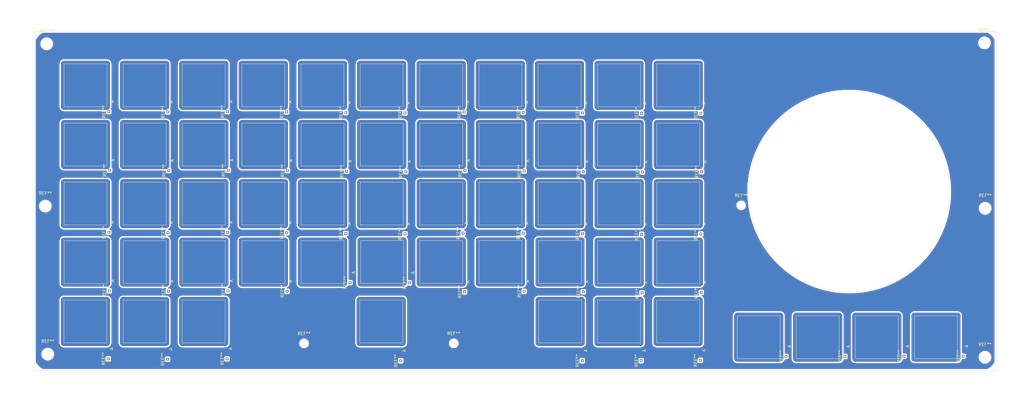
<source format=kicad_pcb>
(kicad_pcb (version 20211014) (generator pcbnew)
  (layers (0 "F.Cu" signal) (31 "B.Cu" signal) (34 "B.Paste" user) (35 "F.Paste" user) (36 "B.SilkS" user "B.Silkscreen") (37 "F.SilkS" user "F.Silkscreen") (38 "B.Mask" user) (39 "F.Mask" user) (44 "Edge.Cuts" user))
  (net 0 "")
  (footprint "Keebio-Parts:MX_FMask-with-cutout" (layer "F.Cu") (at 155.0538 133.6936)
    (fp_text reference "REF**" hide)
    (fp_text value "MX_FMask-with-cutout" hide)
    (fp_line (start -7 7) (end 7 7) (layer "Edge.Cuts") (width 0.15))
    (fp_line (start -7 -7) (end -7 7) (layer "Edge.Cuts") (width 0.15))
    (fp_line (start 7 -7) (end -7 -7) (layer "Edge.Cuts") (width 0.15))
    (fp_line (start 7 7) (end 7 -7) (layer "Edge.Cuts") (width 0.15))
    (pad "1" smd roundrect locked (at 0 0 180) (size 16 16) (layers "F.Cu" "F.Mask") (roundrect_rratio 0.063))
    (pad "1" smd roundrect locked (at 0 0 180) (size 16 16) (layers "B.Cu" "B.Mask") (roundrect_rratio 0.063))
  )
  (footprint "Connector_PinHeader_1.00mm:PinHeader_1x01_P1.00mm_Vertical" (layer "F.Cu") (at 183.4 159.572183 90)
    (fp_text reference "REF**" (at 0 -1.56 90) (layer "F.SilkS"))
    (fp_text value "PinHeader_1x01_P1.00mm_Vertical")
    (fp_text user "A" (at 3.28 1.1 90) (layer "F.SilkS"))
    (pad "1" thru_hole rect (at 0 0 90) (size 0.85 0.85) (drill 0.5) (layers *.Cu *.Mask))
  )
  (footprint "Keebio-Parts:MX_FMask-with-cutout" (layer "F.Cu") (at 116.288533 95.022285)
    (fp_text reference "REF**" hide)
    (fp_text value "MX_FMask-with-cutout" hide)
    (fp_line (start -7 7) (end 7 7) (layer "Edge.Cuts") (width 0.15))
    (fp_line (start 7 -7) (end -7 -7) (layer "Edge.Cuts") (width 0.15))
    (fp_line (start -7 -7) (end -7 7) (layer "Edge.Cuts") (width 0.15))
    (fp_line (start 7 7) (end 7 -7) (layer "Edge.Cuts") (width 0.15))
    (pad "1" smd roundrect locked (at 0 0 180) (size 16 16) (layers "B.Cu" "B.Mask") (roundrect_rratio 0.063))
    (pad "1" smd roundrect locked (at 0 0 180) (size 16 16) (layers "F.Cu" "F.Mask") (roundrect_rratio 0.063))
  )
  (footprint "MountingHole:MountingHole_3.2mm_M3" (layer "F.Cu") (at 371.053483 81.170234)
    (fp_text reference "REF**" (at 0 -4.2) (layer "F.SilkS"))
    (fp_text value "MountingHole_3.2mm_M3")
    (pad "" np_thru_hole circle (at 0 0) (size 3.2 3.2) (drill 3.2) (layers *.Cu *.Mask))
  )
  (footprint "Keebio-Parts:MX_FMask-with-cutout" (layer "F.Cu") (at 116.268 172.2)
    (fp_text reference "REF**" hide)
    (fp_text value "MX_FMask-with-cutout" hide)
    (fp_line (start 7 7) (end 7 -7) (layer "Edge.Cuts") (width 0.15))
    (fp_line (start -7 7) (end 7 7) (layer "Edge.Cuts") (width 0.15))
    (fp_line (start 7 -7) (end -7 -7) (layer "Edge.Cuts") (width 0.15))
    (fp_line (start -7 -7) (end -7 7) (layer "Edge.Cuts") (width 0.15))
    (pad "1" smd roundrect locked (at 0 0 180) (size 16 16) (layers "F.Cu" "F.Mask") (roundrect_rratio 0.063))
    (pad "1" smd roundrect locked (at 0 0 180) (size 16 16) (layers "B.Cu" "B.Mask") (roundrect_rratio 0.063))
  )
  (footprint "Connector_PinHeader_1.00mm:PinHeader_1x01_P1.00mm_Vertical" (layer "F.Cu") (at 85.437267 162.190298 90)
    (fp_text reference "REF**" (at 0 -1.56 90) (layer "F.SilkS"))
    (fp_text value "PinHeader_1x01_P1.00mm_Vertical")
    (fp_text user "A" (at 3.28 1.1 90) (layer "F.SilkS"))
    (pad "1" thru_hole rect (at 0 0 90) (size 0.85 0.85) (drill 0.5) (layers *.Cu *.Mask))
  )
  (footprint "Keebio-Parts:MX_FMask-with-cutout" (layer "F.Cu") (at 232.3968 133.6936)
    (fp_text reference "REF**" hide)
    (fp_text value "MX_FMask-with-cutout" hide)
    (fp_line (start -7 7) (end 7 7) (layer "Edge.Cuts") (width 0.15))
    (fp_line (start -7 -7) (end -7 7) (layer "Edge.Cuts") (width 0.15))
    (fp_line (start 7 -7) (end -7 -7) (layer "Edge.Cuts") (width 0.15))
    (fp_line (start 7 7) (end 7 -7) (layer "Edge.Cuts") (width 0.15))
    (pad "1" smd roundrect locked (at 0 0 180) (size 16 16) (layers "F.Cu" "F.Mask") (roundrect_rratio 0.063))
    (pad "1" smd roundrect locked (at 0 0 180) (size 16 16) (layers "B.Cu" "B.Mask") (roundrect_rratio 0.063))
  )
  (footprint "Connector_PinHeader_1.00mm:PinHeader_1x01_P1.00mm_Vertical" (layer "F.Cu") (at 239.869267 143.561315 90)
    (fp_text reference "REF**" (at 0 -1.56 90) (layer "F.SilkS"))
    (fp_text value "PinHeader_1x01_P1.00mm_Vertical")
    (fp_text user "A" (at 3.28 1.1 90) (layer "F.SilkS"))
    (pad "1" thru_hole rect (at 0 0 90) (size 0.85 0.85) (drill 0.5) (layers *.Cu *.Mask))
  )
  (footprint "MountingHole:MountingHole_2.2mm_M2" (layer "F.Cu") (at 197.857667 179.339132)
    (fp_text reference "REF**" (at 0 -3.2) (layer "F.SilkS"))
    (fp_text value "MountingHole_2.2mm_M2")
    (pad "" np_thru_hole circle (at 0 0) (size 2.2 2.2) (drill 2.2) (layers *.Cu *.Mask))
  )
  (footprint "Connector_PinHeader_1.00mm:PinHeader_1x01_P1.00mm_Vertical" (layer "F.Cu") (at 162.623 103.964817 90)
    (fp_text reference "REF**" (at 0 -1.56 90) (layer "F.SilkS"))
    (fp_text value "PinHeader_1x01_P1.00mm_Vertical")
    (fp_text user "A" (at 3.28 1.1 90) (layer "F.SilkS"))
    (pad "1" thru_hole rect (at 0 0 90) (size 0.85 0.85) (drill 0.5) (layers *.Cu *.Mask))
  )
  (footprint "Keebio-Parts:MX_FMask-with-cutout" (layer "F.Cu") (at 232.5746 172.2)
    (fp_text reference "REF**" hide)
    (fp_text value "MX_FMask-with-cutout" hide)
    (fp_line (start -7 7) (end 7 7) (layer "Edge.Cuts") (width 0.15))
    (fp_line (start 7 -7) (end -7 -7) (layer "Edge.Cuts") (width 0.15))
    (fp_line (start 7 7) (end 7 -7) (layer "Edge.Cuts") (width 0.15))
    (fp_line (start -7 -7) (end -7 7) (layer "Edge.Cuts") (width 0.15))
    (pad "1" smd roundrect locked (at 0 0 180) (size 16 16) (layers "F.Cu" "F.Mask") (roundrect_rratio 0.063))
    (pad "1" smd roundrect locked (at 0 0 180) (size 16 16) (layers "B.Cu" "B.Mask") (roundrect_rratio 0.063))
  )
  (footprint "Keebio-Parts:MX_FMask-with-cutout" (layer "F.Cu") (at 193.793667 152.756115)
    (fp_text reference "REF**" hide)
    (fp_text value "MX_FMask-with-cutout" hide)
    (fp_line (start 7 -7) (end -7 -7) (layer "Edge.Cuts") (width 0.15))
    (fp_line (start -7 -7) (end -7 7) (layer "Edge.Cuts") (width 0.15))
    (fp_line (start 7 7) (end 7 -7) (layer "Edge.Cuts") (width 0.15))
    (fp_line (start -7 7) (end 7 7) (layer "Edge.Cuts") (width 0.15))
    (pad "1" smd roundrect locked (at 0 0 180) (size 16 16) (layers "B.Cu" "B.Mask") (roundrect_rratio 0.063))
    (pad "1" smd roundrect locked (at 0 0 180) (size 16 16) (layers "F.Cu" "F.Mask") (roundrect_rratio 0.063))
  )
  (footprint "MountingHole:MountingHole_3.2mm_M3" (layer "F.Cu") (at 371.256683 135.221434)
    (fp_text reference "REF**" (at 0 -4.2) (layer "F.SilkS"))
    (fp_text value "MountingHole_3.2mm_M3")
    (pad "" np_thru_hole circle (at 0 0) (size 3.2 3.2) (drill 3.2) (layers *.Cu *.Mask))
  )
  (footprint "Connector_PinHeader_1.00mm:PinHeader_1x01_P1.00mm_Vertical" (layer "F.Cu") (at 85.564267 122.769498 90)
    (fp_text reference "REF**" (at 0 -1.56 90) (layer "F.SilkS"))
    (fp_text value "PinHeader_1x01_P1.00mm_Vertical")
    (fp_text user "A" (at 3.28 1.1 90) (layer "F.SilkS"))
    (pad "1" thru_hole rect (at 0 0 90) (size 0.85 0.85) (drill 0.5) (layers *.Cu *.Mask))
  )
  (footprint "Connector_PinHeader_1.00mm:PinHeader_1x01_P1.00mm_Vertical" (layer "F.Cu") (at 239.8136 184.990817 90)
    (fp_text reference "REF**" (at 0 -1.56 90) (layer "F.SilkS"))
    (fp_text value "PinHeader_1x01_P1.00mm_Vertical")
    (fp_text user "A" (at 3.28 1.1 90) (layer "F.SilkS"))
    (pad "1" thru_hole rect (at 0 0 90) (size 0.85 0.85) (drill 0.5) (layers *.Cu *.Mask))
  )
  (footprint "Connector_PinHeader_1.00mm:PinHeader_1x01_P1.00mm_Vertical" (layer "F.Cu") (at 85.28 103.62 90)
    (fp_text reference "REF**" (at 0 -1.56 90) (layer "F.SilkS"))
    (fp_text value "PinHeader_1x01_P1.00mm_Vertical")
    (fp_text user "A" (at 3.28 1.1 90) (layer "F.SilkS"))
    (pad "1" thru_hole rect (at 0 0 90) (size 0.85 0.85) (drill 0.5) (layers *.Cu *.Mask))
  )
  (footprint "Connector_PinHeader_1.00mm:PinHeader_1x01_P1.00mm_Vertical" (layer "F.Cu") (at 181.957267 143.561315 90)
    (fp_text reference "REF**" (at 0 -1.56 90) (layer "F.SilkS"))
    (fp_text value "PinHeader_1x01_P1.00mm_Vertical")
    (fp_text user "A" (at 3.28 1.1 90) (layer "F.SilkS"))
    (pad "1" thru_hole rect (at 0 0 90) (size 0.85 0.85) (drill 0.5) (layers *.Cu *.Mask))
  )
  (footprint "Keebio-Parts:MX_FMask-with-cutout" (layer "F.Cu") (at 77.7108 114.3896)
    (fp_text reference "REF**" hide)
    (fp_text value "MX_FMask-with-cutout" hide)
    (fp_line (start -7 7) (end 7 7) (layer "Edge.Cuts") (width 0.15))
    (fp_line (start 7 -7) (end -7 -7) (layer "Edge.Cuts") (width 0.15))
    (fp_line (start 7 7) (end 7 -7) (layer "Edge.Cuts") (width 0.15))
    (fp_line (start -7 -7) (end -7 7) (layer "Edge.Cuts") (width 0.15))
    (pad "1" smd roundrect locked (at 0 0 180) (size 16 16) (layers "F.Cu" "F.Mask") (roundrect_rratio 0.063))
    (pad "1" smd roundrect locked (at 0 0 180) (size 16 16) (layers "B.Cu" "B.Mask") (roundrect_rratio 0.063))
  )
  (footprint "Keebio-Parts:MX_FMask-with-cutout" (layer "F.Cu") (at 174.3578 114.3896)
    (fp_text reference "REF**" hide)
    (fp_text value "MX_FMask-with-cutout" hide)
    (fp_line (start 7 -7) (end -7 -7) (layer "Edge.Cuts") (width 0.15))
    (fp_line (start -7 -7) (end -7 7) (layer "Edge.Cuts") (width 0.15))
    (fp_line (start -7 7) (end 7 7) (layer "Edge.Cuts") (width 0.15))
    (fp_line (start 7 7) (end 7 -7) (layer "Edge.Cuts") (width 0.15))
    (pad "1" smd roundrect locked (at 0 0 180) (size 16 16) (layers "B.Cu" "B.Mask") (roundrect_rratio 0.063))
    (pad "1" smd roundrect locked (at 0 0 180) (size 16 16) (layers "F.Cu" "F.Mask") (roundrect_rratio 0.063))
  )
  (footprint "Keebio-Parts:MX_FMask-with-cutout" (layer "F.Cu") (at 174.18 172.2)
    (fp_text reference "REF**" hide)
    (fp_text value "MX_FMask-with-cutout" hide)
    (fp_line (start 7 -7) (end -7 -7) (layer "Edge.Cuts") (width 0.15))
    (fp_line (start -7 7) (end 7 7) (layer "Edge.Cuts") (width 0.15))
    (fp_line (start -7 -7) (end -7 7) (layer "Edge.Cuts") (width 0.15))
    (fp_line (start 7 7) (end 7 -7) (layer "Edge.Cuts") (width 0.15))
    (pad "1" smd roundrect locked (at 0 0 180) (size 16 16) (layers "B.Cu" "B.Mask") (roundrect_rratio 0.063))
    (pad "1" smd roundrect locked (at 0 0 180) (size 16 16) (layers "F.Cu" "F.Mask") (roundrect_rratio 0.063))
  )
  (footprint "Connector_PinHeader_1.00mm:PinHeader_1x01_P1.00mm_Vertical" (layer "F.Cu") (at 278.604267 162.698298 90)
    (fp_text reference "REF**" (at 0 -1.56 90) (layer "F.SilkS"))
    (fp_text value "PinHeader_1x01_P1.00mm_Vertical")
    (fp_text user "A" (at 3.28 1.1 90) (layer "F.SilkS"))
    (pad "1" thru_hole rect (at 0 0 90) (size 0.85 0.85) (drill 0.5) (layers *.Cu *.Mask))
  )
  (footprint "Connector_PinHeader_1.00mm:PinHeader_1x01_P1.00mm_Vertical" (layer "F.Cu") (at 143.349267 143.216498 90)
    (fp_text reference "REF**" (at 0 -1.56 90) (layer "F.SilkS"))
    (fp_text value "PinHeader_1x01_P1.00mm_Vertical")
    (fp_text user "A" (at 3.28 1.1 90) (layer "F.SilkS"))
    (pad "1" thru_hole rect (at 0 0 90) (size 0.85 0.85) (drill 0.5) (layers *.Cu *.Mask))
  )
  (footprint "Connector_PinHeader_1.00mm:PinHeader_1x01_P1.00mm_Vertical" (layer "F.Cu") (at 104.868267 122.896498 90)
    (fp_text reference "REF**" (at 0 -1.56 90) (layer "F.SilkS"))
    (fp_text value "PinHeader_1x01_P1.00mm_Vertical")
    (fp_text user "A" (at 3.28 1.1 90) (layer "F.SilkS"))
    (pad "1" thru_hole rect (at 0 0 90) (size 0.85 0.85) (drill 0.5) (layers *.Cu *.Mask))
  )
  (footprint "Connector_PinHeader_1.00mm:PinHeader_1x01_P1.00mm_Vertical" (layer "F.Cu") (at 164.02 159.5 90)
    (fp_text reference "REF**" (at 0 -1.56 90) (layer "F.SilkS"))
    (fp_text value "PinHeader_1x01_P1.00mm_Vertical")
    (fp_text user "A" (at 3.28 1.1 90) (layer "F.SilkS"))
    (pad "1" thru_hole rect (at 0 0 90) (size 0.85 0.85) (drill 0.5) (layers *.Cu *.Mask))
  )
  (footprint "Keebio-Parts:MX_FMask-with-cutout" (layer "F.Cu") (at 271.081 172.2)
    (fp_text reference "REF**" hide)
    (fp_text value "MX_FMask-with-cutout" hide)
    (fp_line (start 7 7) (end 7 -7) (layer "Edge.Cuts") (width 0.15))
    (fp_line (start 7 -7) (end -7 -7) (layer "Edge.Cuts") (width 0.15))
    (fp_line (start -7 7) (end 7 7) (layer "Edge.Cuts") (width 0.15))
    (fp_line (start -7 -7) (end -7 7) (layer "Edge.Cuts") (width 0.15))
    (pad "1" smd roundrect locked (at 0 0 180) (size 16 16) (layers "F.Cu" "F.Mask") (roundrect_rratio 0.063))
    (pad "1" smd roundrect locked (at 0 0 180) (size 16 16) (layers "B.Cu" "B.Mask") (roundrect_rratio 0.063))
  )
  (footprint "Connector_PinHeader_1.00mm:PinHeader_1x01_P1.00mm_Vertical" (layer "F.Cu") (at 201.393134 162.49683 90)
    (fp_text reference "REF**" (at 0 -1.56 90) (layer "F.SilkS"))
    (fp_text value "PinHeader_1x01_P1.00mm_Vertical")
    (fp_text user "A" (at 3.28 1.1 90) (layer "F.SilkS"))
    (pad "1" thru_hole rect (at 0 0 90) (size 0.85 0.85) (drill 0.5) (layers *.Cu *.Mask))
  )
  (footprint "Keebio-Parts:MX_FMask-with-cutout" (layer "F.Cu") (at 77.680533 95.022285)
    (fp_text reference "REF**" hide)
    (fp_text value "MX_FMask-with-cutout" hide)
    (fp_line (start 7 -7) (end -7 -7) (layer "Edge.Cuts") (width 0.15))
    (fp_line (start -7 7) (end 7 7) (layer "Edge.Cuts") (width 0.15))
    (fp_line (start 7 7) (end 7 -7) (layer "Edge.Cuts") (width 0.15))
    (fp_line (start -7 -7) (end -7 7) (layer "Edge.Cuts") (width 0.15))
    (pad "1" smd roundrect locked (at 0 0 180) (size 16 16) (layers "B.Cu" "B.Mask") (roundrect_rratio 0.063))
    (pad "1" smd roundrect locked (at 0 0 180) (size 16 16) (layers "F.Cu" "F.Mask") (roundrect_rratio 0.063))
  )
  (footprint "Keebio-Parts:MX_FMask-with-cutout" (layer "F.Cu") (at 135.7498 114.3896)
    (fp_text reference "REF**" hide)
    (fp_text value "MX_FMask-with-cutout" hide)
    (fp_line (start -7 -7) (end -7 7) (layer "Edge.Cuts") (width 0.15))
    (fp_line (start -7 7) (end 7 7) (layer "Edge.Cuts") (width 0.15))
    (fp_line (start 7 7) (end 7 -7) (layer "Edge.Cuts") (width 0.15))
    (fp_line (start 7 -7) (end -7 -7) (layer "Edge.Cuts") (width 0.15))
    (pad "1" smd roundrect locked (at 0 0 180) (size 16 16) (layers "F.Cu" "F.Mask") (roundrect_rratio 0.063))
    (pad "1" smd roundrect locked (at 0 0 180) (size 16 16) (layers "B.Cu" "B.Mask") (roundrect_rratio 0.063))
  )
  (footprint "Connector_PinHeader_1.00mm:PinHeader_1x01_P1.00mm_Vertical" (layer "F.Cu") (at 85.310267 143.089498 90)
    (fp_text reference "REF**" (at 0 -1.56 90) (layer "F.SilkS"))
    (fp_text value "PinHeader_1x01_P1.00mm_Vertical")
    (fp_text user "A" (at 3.28 1.1 90) (layer "F.SilkS"))
    (pad "1" thru_hole rect (at 0 0 90) (size 0.85 0.85) (drill 0.5) (layers *.Cu *.Mask))
  )
  (footprint "Keebio-Parts:MX_FMask-with-cutout" (layer "F.Cu") (at 96.964 172.2)
    (fp_text reference "REF**" hide)
    (fp_text value "MX_FMask-with-cutout" hide)
    (fp_line (start -7 -7) (end -7 7) (layer "Edge.Cuts") (width 0.15))
    (fp_line (start 7 -7) (end -7 -7) (layer "Edge.Cuts") (width 0.15))
    (fp_line (start 7 7) (end 7 -7) (layer "Edge.Cuts") (width 0.15))
    (fp_line (start -7 7) (end 7 7) (layer "Edge.Cuts") (width 0.15))
    (pad "1" smd roundrect locked (at 0 0 180) (size 16 16) (layers "B.Cu" "B.Mask") (roundrect_rratio 0.063))
    (pad "1" smd roundrect locked (at 0 0 180) (size 16 16) (layers "F.Cu" "F.Mask") (roundrect_rratio 0.063))
  )
  (footprint "Connector_PinHeader_1.00mm:PinHeader_1x01_P1.00mm_Vertical" (layer "F.Cu") (at 123.888 184.392 90)
    (fp_text reference "REF**" (at 0 -1.56 90) (layer "F.SilkS"))
    (fp_text value "PinHeader_1x01_P1.00mm_Vertical")
    (fp_text user "A" (at 3.28 1.1 90) (layer "F.SilkS"))
    (pad "1" thru_hole rect (at 0 0 90) (size 0.85 0.85) (drill 0.5) (layers *.Cu *.Mask))
  )
  (footprint "Connector_PinHeader_1.00mm:PinHeader_1x01_P1.00mm_Vertical" (layer "F.Cu") (at 220.535 103.874 90)
    (fp_text reference "REF**" (at 0 -1.56 90) (layer "F.SilkS"))
    (fp_text value "PinHeader_1x01_P1.00mm_Vertical")
    (fp_text user "A" (at 3.28 1.1 90) (layer "F.SilkS"))
    (pad "1" thru_hole rect (at 0 0 90) (size 0.85 0.85) (drill 0.5) (layers *.Cu *.Mask))
  )
  (footprint "MountingHole:MountingHole_3.2mm_M3" (layer "F.Cu") (at 64.577083 134.510234)
    (fp_text reference "REF**" (at 0 -4.2) (layer "F.SilkS"))
    (fp_text value "MountingHole_3.2mm_M3")
    (pad "" np_thru_hole circle (at 0 0) (size 3.2 3.2) (drill 3.2) (layers *.Cu *.Mask))
  )
  (footprint "Connector_PinHeader_1.00mm:PinHeader_1x01_P1.00mm_Vertical" (layer "F.Cu") (at 364.0958 183.539182 90)
    (fp_text reference "REF**" (at 0 -1.56 90) (layer "F.SilkS"))
    (fp_text value "PinHeader_1x01_P1.00mm_Vertical")
    (fp_text user "A" (at 3.28 1.1 90) (layer "F.SilkS"))
    (pad "1" thru_hole rect (at 0 0 90) (size 0.85 0.85) (drill 0.5) (layers *.Cu *.Mask))
  )
  (footprint "Connector_PinHeader_1.00mm:PinHeader_1x01_P1.00mm_Vertical" (layer "F.Cu") (at 220.819267 123.023498 90)
    (fp_text reference "REF**" (at 0 -1.56 90) (layer "F.SilkS"))
    (fp_text value "PinHeader_1x01_P1.00mm_Vertical")
    (fp_text user "A" (at 3.28 1.1 90) (layer "F.SilkS"))
    (pad "1" thru_hole rect (at 0 0 90) (size 0.85 0.85) (drill 0.5) (layers *.Cu *.Mask))
  )
  (footprint "Keebio-Parts:MX_FMask-with-cutout" (layer "F.Cu") (at 97.0148 133.6936)
    (fp_text reference "REF**" hide)
    (fp_text value "MX_FMask-with-cutout" hide)
    (fp_line (start 7 -7) (end -7 -7) (layer "Edge.Cuts") (width 0.15))
    (fp_line (start -7 7) (end 7 7) (layer "Edge.Cuts") (width 0.15))
    (fp_line (start -7 -7) (end -7 7) (layer "Edge.Cuts") (width 0.15))
    (fp_line (start 7 7) (end 7 -7) (layer "Edge.Cuts") (width 0.15))
    (pad "1" smd roundrect locked (at 0 0 180) (size 16 16) (layers "F.Cu" "F.Mask") (roundrect_rratio 0.063))
    (pad "1" smd roundrect locked (at 0 0 180) (size 16 16) (layers "B.Cu" "B.Mask") (roundrect_rratio 0.063))
  )
  (footprint "Keebio-Parts:MX_FMask-with-cutout" (layer "F.Cu") (at 116.3188 152.7944)
    (fp_text reference "REF**" hide)
    (fp_text value "MX_FMask-with-cutout" hide)
    (fp_line (start 7 -7) (end -7 -7) (layer "Edge.Cuts") (width 0.15))
    (fp_line (start -7 7) (end 7 7) (layer "Edge.Cuts") (width 0.15))
    (fp_line (start -7 -7) (end -7 7) (layer "Edge.Cuts") (width 0.15))
    (fp_line (start 7 7) (end 7 -7) (layer "Edge.Cuts") (width 0.15))
    (pad "1" smd roundrect locked (at 0 0 180) (size 16 16) (layers "F.Cu" "F.Mask") (roundrect_rratio 0.063))
    (pad "1" smd roundrect locked (at 0 0 180) (size 16 16) (layers "B.Cu" "B.Mask") (roundrect_rratio 0.063))
  )
  (footprint "Keebio-Parts:MX_FMask-with-cutout" (layer "F.Cu") (at 77.7108 152.7944)
    (fp_text reference "REF**" hide)
    (fp_text value "MX_FMask-with-cutout" hide)
    (fp_line (start 7 7) (end 7 -7) (layer "Edge.Cuts") (width 0.15))
    (fp_line (start 7 -7) (end -7 -7) (layer "Edge.Cuts") (width 0.15))
    (fp_line (start -7 -7) (end -7 7) (layer "Edge.Cuts") (width 0.15))
    (fp_line (start -7 7) (end 7 7) (layer "Edge.Cuts") (width 0.15))
    (pad "1" smd roundrect locked (at 0 0 180) (size 16 16) (layers "F.Cu" "F.Mask") (roundrect_rratio 0.063))
    (pad "1" smd roundrect locked (at 0 0 180) (size 16 16) (layers "B.Cu" "B.Mask") (roundrect_rratio 0.063))
  )
  (footprint "Connector_PinHeader_1.00mm:PinHeader_1x01_P1.00mm_Vertical" (layer "F.Cu") (at 104.457 184.519 90)
    (fp_text reference "REF**" (at 0 -1.56 90) (layer "F.SilkS"))
    (fp_text value "PinHeader_1x01_P1.00mm_Vertical")
    (fp_text user "A" (at 3.28 1.1 90) (layer "F.SilkS"))
    (pad "1" thru_hole rect (at 0 0 90) (size 0.85 0.85) (drill 0.5) (layers *.Cu *.Mask))
  )
  (footprint "Keebio-Parts:MX_FMask-with-cutout" (layer "F.Cu") (at 251.8278 152.7944)
    (fp_text reference "REF**" hide)
    (fp_text value "MX_FMask-with-cutout" hide)
    (fp_line (start 7 -7) (end -7 -7) (layer "Edge.Cuts") (width 0.15))
    (fp_line (start 7 7) (end 7 -7) (layer "Edge.Cuts") (width 0.15))
    (fp_line (start -7 -7) (end -7 7) (layer "Edge.Cuts") (width 0.15))
    (fp_line (start -7 7) (end 7 7) (layer "Edge.Cuts") (width 0.15))
    (pad "1" smd roundrect locked (at 0 0 180) (size 16 16) (layers "F.Cu" "F.Mask") (roundrect_rratio 0.063))
    (pad "1" smd roundrect locked (at 0 0 180) (size 16 16) (layers "B.Cu" "B.Mask") (roundrect_rratio 0.063))
  )
  (footprint "Keebio-Parts:MX_FMask-with-cutout" (layer "F.Cu") (at 97.0148 152.7944)
    (fp_text reference "REF**" hide)
    (fp_text value "MX_FMask-with-cutout" hide)
    (fp_line (start 7 -7) (end -7 -7) (layer "Edge.Cuts") (width 0.15))
    (fp_line (start -7 7) (end 7 7) (layer "Edge.Cuts") (width 0.15))
    (fp_line (start 7 7) (end 7 -7) (layer "Edge.Cuts") (width 0.15))
    (fp_line (start -7 -7) (end -7 7) (layer "Edge.Cuts") (width 0.15))
    (pad "1" smd roundrect locked (at 0 0 180) (size 16 16) (layers "B.Cu" "B.Mask") (roundrect_rratio 0.063))
    (pad "1" smd roundrect locked (at 0 0 180) (size 16 16) (layers "F.Cu" "F.Mask") (roundrect_rratio 0.063))
  )
  (footprint "Connector_PinHeader_1.00mm:PinHeader_1x01_P1.00mm_Vertical" (layer "F.Cu") (at 162.653267 143.434315 90)
    (fp_text reference "REF**" (at 0 -1.56 90) (layer "F.SilkS"))
    (fp_text value "PinHeader_1x01_P1.00mm_Vertical")
    (fp_text user "A" (at 3.28 1.1 90) (layer "F.SilkS"))
    (pad "1" thru_hole rect (at 0 0 90) (size 0.85 0.85) (drill 0.5) (layers *.Cu *.Mask))
  )
  (footprint "Connector_PinHeader_1.00mm:PinHeader_1x01_P1.00mm_Vertical" (layer "F.Cu") (at 85.153 184.392 90)
    (fp_text reference "REF**" (at 0 -1.56 90) (layer "F.SilkS"))
    (fp_text value "PinHeader_1x01_P1.00mm_Vertical")
    (fp_text user "A" (at 3.28 1.1 90) (layer "F.SilkS"))
    (pad "1" thru_hole rect (at 0 0 90) (size 0.85 0.85) (drill 0.5) (layers *.Cu *.Mask))
  )
  (footprint "MountingHole:MountingHole_3.2mm_M3" (layer "F.Cu") (at 65.034283 81.475034)
    (fp_text reference "REF**" (at 0 -4.2) (layer "F.SilkS"))
    (fp_text value "MountingHole_3.2mm_M3")
    (pad "" np_thru_hole circle (at 0 0) (size 3.2 3.2) (drill 3.2) (layers *.Cu *.Mask))
  )
  (footprint "Keebio-Parts:MX_FMask-with-cutout" (layer "F.Cu") (at 174.489667 152.756115)
    (fp_text reference "REF**" hide)
    (fp_text value "MX_FMask-with-cutout" hide)
    (fp_line (start 7 -7) (end -7 -7) (layer "Edge.Cuts") (width 0.15))
    (fp_line (start -7 -7) (end -7 7) (layer "Edge.Cuts") (width 0.15))
    (fp_line (start -7 7) (end 7 7) (layer "Edge.Cuts") (width 0.15))
    (fp_line (start 7 7) (end 7 -7) (layer "Edge.Cuts") (width 0.15))
    (pad "1" smd roundrect locked (at 0 0 180) (size 16 16) (layers "F.Cu" "F.Mask") (roundrect_rratio 0.063))
    (pad "1" smd roundrect locked (at 0 0 180) (size 16 16) (layers "B.Cu" "B.Mask") (roundrect_rratio 0.063))
  )
  (footprint "Connector_PinHeader_1.00mm:PinHeader_1x01_P1.00mm_Vertical" (layer "F.Cu") (at 344.7918 183.539182 90)
    (fp_text reference "REF**" (at 0 -1.56 90) (layer "F.SilkS"))
    (fp_text value "PinHeader_1x01_P1.00mm_Vertical")
    (fp_text user "A" (at 3.28 1.1 90) (layer "F.SilkS"))
    (pad "1" thru_hole rect (at 0 0 90) (size 0.85 0.85) (drill 0.5) (layers *.Cu *.Mask))
  )
  (footprint "Keebio-Parts:MX_FMask-with-cutout" (layer "F.Cu") (at 355.205801 177.330801)
    (fp_text reference "REF**" hide)
    (fp_text value "MX_FMask-with-cutout" hide)
    (fp_line (start -7 -7) (end -7 7) (layer "Edge.Cuts") (width 0.15))
    (fp_line (start -7 7) (end 7 7) (layer "Edge.Cuts") (width 0.15))
    (fp_line (start 7 -7) (end -7 -7) (layer "Edge.Cuts") (width 0.15))
    (fp_line (start 7 7) (end 7 -7) (layer "Edge.Cuts") (width 0.15))
    (pad "1" smd roundrect locked (at 0 0 180) (size 16 16) (layers "B.Cu" "B.Mask") (roundrect_rratio 0.063))
    (pad "1" smd roundrect locked (at 0 0 180) (size 16 16) (layers "F.Cu" "F.Mask") (roundrect_rratio 0.063))
  )
  (footprint "Keebio-Parts:MX_FMask-with-cutout" (layer "F.Cu") (at 193.758533 95.022285)
    (fp_text reference "REF**" hide)
    (fp_text value "MX_FMask-with-cutout" hide)
    (fp_line (start -7 7) (end 7 7) (layer "Edge.Cuts") (width 0.15))
    (fp_line (start 7 7) (end 7 -7) (layer "Edge.Cuts") (width 0.15))
    (fp_line (start 7 -7) (end -7 -7) (layer "Edge.Cuts") (width 0.15))
    (fp_line (start -7 -7) (end -7 7) (layer "Edge.Cuts") (width 0.15))
    (pad "1" smd roundrect locked (at 0 0 180) (size 16 16) (layers "F.Cu" "F.Mask") (roundrect_rratio 0.063))
    (pad "1" smd roundrect locked (at 0 0 180) (size 16 16) (layers "B.Cu" "B.Mask") (roundrect_rratio 0.063))
  )
  (footprint "Connector_PinHeader_1.00mm:PinHeader_1x01_P1.00mm_Vertical" (layer "F.Cu") (at 306.26 183.63 90)
    (fp_text reference "REF**" (at 0 -1.56 90) (layer "F.SilkS"))
    (fp_text value "PinHeader_1x01_P1.00mm_Vertical")
    (fp_text user "A" (at 3.28 1.1 90) (layer "F.SilkS"))
    (pad "1" thru_hole rect (at 0 0 90) (size 0.85 0.85) (drill 0.5) (layers *.Cu *.Mask))
  )
  (footprint "Connector_PinHeader_1.00mm:PinHeader_1x01_P1.00mm_Vertical" (layer "F.Cu") (at 278.447 104.128 90)
    (fp_text reference "REF**" (at 0 -1.56 90) (layer "F.SilkS"))
    (fp_text value "PinHeader_1x01_P1.00mm_Vertical")
    (fp_text user "A" (at 3.28 1.1 90) (layer "F.SilkS"))
    (pad "1" thru_hole rect (at 0 0 90) (size 0.85 0.85) (drill 0.5) (layers *.Cu *.Mask))
  )
  (footprint "Keebio-Parts:MX_FMask-with-cutout" (layer "F.Cu") (at 155.023533 95.022285)
    (fp_text reference "REF**" hide)
    (fp_text value "MX_FMask-with-cutout" hide)
    (fp_line (start -7 -7) (end -7 7) (layer "Edge.Cuts") (width 0.15))
    (fp_line (start -7 7) (end 7 7) (layer "Edge.Cuts") (width 0.15))
    (fp_line (start 7 7) (end 7 -7) (layer "Edge.Cuts") (width 0.15))
    (fp_line (start 7 -7) (end -7 -7) (layer "Edge.Cuts") (width 0.15))
    (pad "1" smd roundrect locked (at 0 0 180) (size 16 16) (layers "B.Cu" "B.Mask") (roundrect_rratio 0.063))
    (pad "1" smd roundrect locked (at 0 0 180) (size 16 16) (layers "F.Cu" "F.Mask") (roundrect_rratio 0.063))
  )
  (footprint "Connector_PinHeader_1.00mm:PinHeader_1x01_P1.00mm_Vertical" (layer "F.Cu") (at 278.731267 123.277498 90)
    (fp_text reference "REF**" (at 0 -1.56 90) (layer "F.SilkS"))
    (fp_text value "PinHeader_1x01_P1.00mm_Vertical")
    (fp_text user "A" (at 3.28 1.1 90) (layer "F.SilkS"))
    (pad "1" thru_hole rect (at 0 0 90) (size 0.85 0.85) (drill 0.5) (layers *.Cu *.Mask))
  )
  (footprint "Keebio-Parts:MX_FMask-with-cutout" (layer "F.Cu") (at 232.3968 114.3896)
    (fp_text reference "REF**" hide)
    (fp_text value "MX_FMask-with-cutout" hide)
    (fp_line (start -7 7) (end 7 7) (layer "Edge.Cuts") (width 0.15))
    (fp_line (start 7 -7) (end -7 -7) (layer "Edge.Cuts") (width 0.15))
    (fp_line (start 7 7) (end 7 -7) (layer "Edge.Cuts") (width 0.15))
    (fp_line (start -7 -7) (end -7 7) (layer "Edge.Cuts") (width 0.15))
    (pad "1" smd roundrect locked (at 0 0 180) (size 16 16) (layers "F.Cu" "F.Mask") (roundrect_rratio 0.063))
    (pad "1" smd roundrect locked (at 0 0 180) (size 16 16) (layers "B.Cu" "B.Mask") (roundrect_rratio 0.063))
  )
  (footprint "Keebio-Parts:MX_FMask-with-cutout" (layer "F.Cu") (at 193.7888 114.3896)
    (fp_text reference "REF**" hide)
    (fp_text value "MX_FMask-with-cutout" hide)
    (fp_line (start -7 7) (end 7 7) (layer "Edge.Cuts") (width 0.15))
    (fp_line (start -7 -7) (end -7 7) (layer "Edge.Cuts") (width 0.15))
    (fp_line (start 7 -7) (end -7 -7) (layer "Edge.Cuts") (width 0.15))
    (fp_line (start 7 7) (end 7 -7) (layer "Edge.Cuts") (width 0.15))
    (pad "1" smd roundrect locked (at 0 0 180) (size 16 16) (layers "B.Cu" "B.Mask") (roundrect_rratio 0.063))
    (pad "1" smd roundrect locked (at 0 0 180) (size 16 16) (layers "F.Cu" "F.Mask") (roundrect_rratio 0.063))
  )
  (footprint "Connector_PinHeader_1.00mm:PinHeader_1x01_P1.00mm_Vertical" (layer "F.Cu") (at 220.565267 143.343498 90)
    (fp_text reference "REF**" (at 0 -1.56 90) (layer "F.SilkS"))
    (fp_text value "PinHeader_1x01_P1.00mm_Vertical")
    (fp_text user "A" (at 3.28 1.1 90) (layer "F.SilkS"))
    (pad "1" thru_hole rect (at 0 0 90) (size 0.85 0.85) (drill 0.5) (layers *.Cu *.Mask))
  )
  (footprint "Connector_PinHeader_1.00mm:PinHeader_1x01_P1.00mm_Vertical" (layer "F.Cu") (at 124.172267 162.190298 90)
    (fp_text reference "REF**" (at 0 -1.56 90) (layer "F.SilkS"))
    (fp_text value "PinHeader_1x01_P1.00mm_Vertical")
    (fp_text user "A" (at 3.28 1.1 90) (layer "F.SilkS"))
    (pad "1" thru_hole rect (at 0 0 90) (size 0.85 0.85) (drill 0.5) (layers *.Cu *.Mask))
  )
  (footprint "Connector_PinHeader_1.00mm:PinHeader_1x01_P1.00mm_Vertical" (layer "F.Cu") (at 124.015 103.62 90)
    (fp_text reference "REF**" (at 0 -1.56 90) (layer "F.SilkS"))
    (fp_text value "PinHeader_1x01_P1.00mm_Vertical")
    (fp_text user "A" (at 3.28 1.1 90) (layer "F.SilkS"))
    (pad "1" thru_hole rect (at 0 0 90) (size 0.85 0.85) (drill 0.5) (layers *.Cu *.Mask))
  )
  (footprint "Keebio-Parts:MX_FMask-with-cutout" (layer "F.Cu") (at 193.7888 133.6936)
    (fp_text reference "REF**" hide)
    (fp_text value "MX_FMask-with-cutout" hide)
    (fp_line (start 7 7) (end 7 -7) (layer "Edge.Cuts") (width 0.15))
    (fp_line (start 7 -7) (end -7 -7) (layer "Edge.Cuts") (width 0.15))
    (fp_line (start -7 -7) (end -7 7) (layer "Edge.Cuts") (width 0.15))
    (fp_line (start -7 7) (end 7 7) (layer "Edge.Cuts") (width 0.15))
    (pad "1" smd roundrect locked (at 0 0 180) (size 16 16) (layers "B.Cu" "B.Mask") (roundrect_rratio 0.063))
    (pad "1" smd roundrect locked (at 0 0 180) (size 16 16) (layers "F.Cu" "F.Mask") (roundrect_rratio 0.063))
  )
  (footprint "Connector_PinHeader_1.00mm:PinHeader_1x01_P1.00mm_Vertical" (layer "F.Cu") (at 240.123267 123.241315 90)
    (fp_text reference "REF**" (at 0 -1.56 90) (layer "F.SilkS"))
    (fp_text value "PinHeader_1x01_P1.00mm_Vertical")
    (fp_text user "A" (at 3.28 1.1 90) (layer "F.SilkS"))
    (pad "1" thru_hole rect (at 0 0 90) (size 0.85 0.85) (drill 0.5) (layers *.Cu *.Mask))
  )
  (footprint "Keebio-Parts:MX_FMask-with-cutout" (layer "F.Cu") (at 135.719533 95.022285)
    (fp_text reference "REF**" hide)
    (fp_text value "MX_FMask-with-cutout" hide)
    (fp_line (start -7 7) (end 7 7) (layer "Edge.Cuts") (width 0.15))
    (fp_line (start 7 7) (end 7 -7) (layer "Edge.Cuts") (width 0.15))
    (fp_line (start -7 -7) (end -7 7) (layer "Edge.Cuts") (width 0.15))
    (fp_line (start 7 -7) (end -7 -7) (layer "Edge.Cuts") (width 0.15))
    (pad "1" smd roundrect locked (at 0 0 180) (size 16 16) (layers "B.Cu" "B.Mask") (roundrect_rratio 0.063))
    (pad "1" smd roundrect locked (at 0 0 180) (size 16 16) (layers "F.Cu" "F.Mask") (roundrect_rratio 0.063))
  )
  (footprint "Keebio-Parts:MX_FMask-with-cutout" (layer "F.Cu") (at 135.7498 152.7944)
    (fp_text reference "REF**" hide)
    (fp_text value "MX_FMask-with-cutout" hide)
    (fp_line (start 7 -7) (end -7 -7) (layer "Edge.Cuts") (width 0.15))
    (fp_line (start -7 7) (end 7 7) (layer "Edge.Cuts") (width 0.15))
    (fp_line (start 7 7) (end 7 -7) (layer "Edge.Cuts") (width 0.15))
    (fp_line (start -7 -7) (end -7 7) (layer "Edge.Cuts") (width 0.15))
    (pad "1" smd roundrect locked (at 0 0 180) (size 16 16) (layers "B.Cu" "B.Mask") (roundrect_rratio 0.063))
    (pad "1" smd roundrect locked (at 0 0 180) (size 16 16) (layers "F.Cu" "F.Mask") (roundrect_rratio 0.063))
  )
  (footprint "Keebio-Parts:MX_FMask-with-cutout" (layer "F.Cu") (at 251.8278 114.3896)
    (fp_text reference "REF**" hide)
    (fp_text value "MX_FMask-with-cutout" hide)
    (fp_line (start -7 7) (end 7 7) (layer "Edge.Cuts") (width 0.15))
    (fp_line (start 7 -7) (end -7 -7) (layer "Edge.Cuts") (width 0.15))
    (fp_line (start -7 -7) (end -7 7) (layer "Edge.Cuts") (width 0.15))
    (fp_line (start 7 7) (end 7 -7) (layer "Edge.Cuts") (width 0.15))
    (pad "1" smd roundrect locked (at 0 0 180) (size 16 16) (layers "F.Cu" "F.Mask") (roundrect_rratio 0.063))
    (pad "1" smd roundrect locked (at 0 0 180) (size 16 16) (layers "B.Cu" "B.Mask") (roundrect_rratio 0.063))
  )
  (footprint "Keebio-Parts:MX_FMask-with-cutout" (layer "F.Cu") (at 116.3188 114.3896)
    (fp_text reference "REF**" hide)
    (fp_text value "MX_FMask-with-cutout" hide)
    (fp_line (start 7 -7) (end -7 -7) (layer "Edge.Cuts") (width 0.15))
    (fp_line (start -7 -7) (end -7 7) (layer "Edge.Cuts") (width 0.15))
    (fp_line (start -7 7) (end 7 7) (layer "Edge.Cuts") (width 0.15))
    (fp_line (start 7 7) (end 7 -7) (layer "Edge.Cuts") (width 0.15))
    (pad "1" smd roundrect locked (at 0 0 180) (size 16 16) (layers "F.Cu" "F.Mask") (roundrect_rratio 0.063))
    (pad "1" smd roundrect locked (at 0 0 180) (size 16 16) (layers "B.Cu" "B.Mask") (roundrect_rratio 0.063))
  )
  (footprint "Keebio-Parts:MX_FMask-with-cutout" (layer "F.Cu") (at 271.1318 114.3896)
    (fp_text reference "REF**" hide)
    (fp_text value "MX_FMask-with-cutout" hide)
    (fp_line (start -7 7) (end 7 7) (layer "Edge.Cuts") (width 0.15))
    (fp_line (start 7 7) (end 7 -7) (layer "Edge.Cuts") (width 0.15))
    (fp_line (start -7 -7) (end -7 7) (layer "Edge.Cuts") (width 0.15))
    (fp_line (start 7 -7) (end -7 -7) (layer "Edge.Cuts") (width 0.15))
    (pad "1" smd roundrect locked (at 0 0 180) (size 16 16) (layers "F.Cu" "F.Mask") (roundrect_rratio 0.063))
    (pad "1" smd roundrect locked (at 0 0 180) (size 16 16) (layers "B.Cu" "B.Mask") (roundrect_rratio 0.063))
  )
  (footprint "Keebio-Parts:MX_FMask-with-cutout" (layer "F.Cu") (at 271.101533 95.022285)
    (fp_text reference "REF**" hide)
    (fp_text value "MX_FMask-with-cutout" hide)
    (fp_line (start -7 -7) (end -7 7) (layer "Edge.Cuts") (width 0.15))
    (fp_line (start -7 7) (end 7 7) (layer "Edge.Cuts") (width 0.15))
    (fp_line (start 7 -7) (end -7 -7) (layer "Edge.Cuts") (width 0.15))
    (fp_line (start 7 7) (end 7 -7) (layer "Edge.Cuts") (width 0.15))
    (pad "1" smd roundrect locked (at 0 0 180) (size 16 16) (layers "F.Cu" "F.Mask") (roundrect_rratio 0.063))
    (pad "1" smd roundrect locked (at 0 0 180) (size 16 16) (layers "B.Cu" "B.Mask") (roundrect_rratio 0.063))
  )
  (footprint "Connector_PinHeader_1.00mm:PinHeader_1x01_P1.00mm_Vertical" (layer "F.Cu") (at 325.487801 183.629999 90)
    (fp_text reference "REF**" (at 0 -1.56 90) (layer "F.SilkS"))
    (fp_text value "PinHeader_1x01_P1.00mm_Vertical")
    (fp_text user "A" (at 3.28 1.1 90) (layer "F.SilkS"))
    (pad "1" thru_hole rect (at 0 0 90) (size 0.85 0.85) (drill 0.5) (layers *.Cu *.Mask))
  )
  (footprint "Connector_PinHeader_1.00mm:PinHeader_1x01_P1.00mm_Vertical" (layer "F.Cu") (at 143.603267 122.896498 90)
    (fp_text reference "REF**" (at 0 -1.56 90) (layer "F.SilkS"))
    (fp_text value "PinHeader_1x01_P1.00mm_Vertical")
    (fp_text user "A" (at 3.28 1.1 90) (layer "F.SilkS"))
    (pad "1" thru_hole rect (at 0 0 90) (size 0.85 0.85) (drill 0.5) (layers *.Cu *.Mask))
  )
  (footprint "Connector_PinHeader_1.00mm:PinHeader_1x01_P1.00mm_Vertical" (layer "F.Cu") (at 259.143 104.218817 90)
    (fp_text reference "REF**" (at 0 -1.56 90) (layer "F.SilkS"))
    (fp_text value "PinHeader_1x01_P1.00mm_Vertical")
    (fp_text user "A" (at 3.28 1.1 90) (layer "F.SilkS"))
    (pad "1" thru_hole rect (at 0 0 90) (size 0.85 0.85) (drill 0.5) (layers *.Cu *.Mask))
  )
  (footprint "Keebio-Parts:MX_FMask-with-cutout" (layer "F.Cu") (at 232.366533 95.022285)
    (fp_text reference "REF**" hide)
    (fp_text value "MX_FMask-with-cutout" hide)
    (fp_line (start 7 -7) (end -7 -7) (layer "Edge.Cuts") (width 0.15))
    (fp_line (start -7 -7) (end -7 7) (layer "Edge.Cuts") (width 0.15))
    (fp_line (start 7 7) (end 7 -7) (layer "Edge.Cuts") (width 0.15))
    (fp_line (start -7 7) (end 7 7) (layer "Edge.Cuts") (width 0.15))
    (pad "1" smd roundrect locked (at 0 0 180) (size 16 16) (layers "B.Cu" "B.Mask") (roundrect_rratio 0.063))
    (pad "1" smd roundrect locked (at 0 0 180) (size 16 16) (layers "F.Cu" "F.Mask") (roundrect_rratio 0.063))
  )
  (footprint "Connector_PinHeader_1.00mm:PinHeader_1x01_P1.00mm_Vertical" (layer "F.Cu") (at 143.319 103.747 90)
    (fp_text reference "REF**" (at 0 -1.56 90) (layer "F.SilkS"))
    (fp_text value "PinHeader_1x01_P1.00mm_Vertical")
    (fp_text user "A" (at 3.28 1.1 90) (layer "F.SilkS"))
    (pad "1" thru_hole rect (at 0 0 90) (size 0.85 0.85) (drill 0.5) (layers *.Cu *.Mask))
  )
  (footprint "Keebio-Parts:MX_FMask-with-cutout" (layer "F.Cu") (at 232.528667 152.756115)
    (fp_text reference "REF**" hide)
    (fp_text value "MX_FMask-with-cutout" hide)
    (fp_line (start 7 -7) (end -7 -7) (layer "Edge.Cuts") (width 0.15))
    (fp_line (start 7 7) (end 7 -7) (layer "Edge.Cuts") (width 0.15))
    (fp_line (start -7 -7) (end -7 7) (layer "Edge.Cuts") (width 0.15))
    (fp_line (start -7 7) (end 7 7) (layer "Edge.Cuts") (width 0.15))
    (pad "1" smd roundrect locked (at 0 0 180) (size 16 16) (layers "F.Cu" "F.Mask") (roundrect_rratio 0.063))
    (pad "1" smd roundrect locked (at 0 0 180) (size 16 16) (layers "B.Cu" "B.Mask") (roundrect_rratio 0.063))
  )
  (footprint "Keebio-Parts:MX_FMask-with-cutout" (layer "F.Cu") (at 271.1318 152.7944)
    (fp_text reference "REF**" hide)
    (fp_text value "MX_FMask-with-cutout" hide)
    (fp_line (start 7 -7) (end -7 -7) (layer "Edge.Cuts") (width 0.15))
    (fp_line (start -7 -7) (end -7 7) (layer "Edge.Cuts") (width 0.15))
    (fp_line (start -7 7) (end 7 7) (layer "Edge.Cuts") (width 0.15))
    (fp_line (start 7 7) (end 7 -7) (layer "Edge.Cuts") (width 0.15))
    (pad "1" smd roundrect locked (at 0 0 180) (size 16 16) (layers "F.Cu" "F.Mask") (roundrect_rratio 0.063))
    (pad "1" smd roundrect locked (at 0 0 180) (size 16 16) (layers "B.Cu" "B.Mask") (roundrect_rratio 0.063))
  )
  (footprint "Connector_PinHeader_1.00mm:PinHeader_1x01_P1.00mm_Vertical" (layer "F.Cu") (at 239.839 104.091817 90)
    (fp_text reference "REF**" (at 0 -1.56 90) (layer "F.SilkS"))
    (fp_text value "PinHeader_1x01_P1.00mm_Vertical")
    (fp_text user "A" (at 3.28 1.1 90) (layer "F.SilkS"))
    (pad "1" thru_hole rect (at 0 0 90) (size 0.85 0.85) (drill 0.5) (layers *.Cu *.Mask))
  )
  (footprint "Connector_PinHeader_1.00mm:PinHeader_1x01_P1.00mm_Vertical" (layer "F.Cu") (at 104.614267 143.216498 90)
    (fp_text reference "REF**" (at 0 -1.56 90) (layer "F.SilkS"))
    (fp_text value "PinHeader_1x01_P1.00mm_Vertical")
    (fp_text user "A" (at 3.28 1.1 90) (layer "F.SilkS"))
    (pad "1" thru_hole rect (at 0 0 90) (size 0.85 0.85) (drill 0.5) (layers *.Cu *.Mask))
  )
  (footprint "Connector_PinHeader_1.00mm:PinHeader_1x01_P1.00mm_Vertical" (layer "F.Cu") (at 259.300267 162.789115 90)
    (fp_text reference "REF**" (at 0 -1.56 90) (layer "F.SilkS"))
    (fp_text value "PinHeader_1x01_P1.00mm_Vertical")
    (fp_text user "A" (at 3.28 1.1 90) (layer "F.SilkS"))
    (pad "1" thru_hole rect (at 0 0 90) (size 0.85 0.85) (drill 0.5) (layers *.Cu *.Mask))
  )
  (footprint "Keebio-Parts:MX_FMask-with-cutout" (layer "F.Cu") (at 116.3188 133.6936)
    (fp_text reference "REF**" hide)
    (fp_text value "MX_FMask-with-cutout" hide)
    (fp_line (start 7 7) (end 7 -7) (layer "Edge.Cuts") (width 0.15))
    (fp_line (start -7 7) (end 7 7) (layer "Edge.Cuts") (width 0.15))
    (fp_line (start -7 -7) (end -7 7) (layer "Edge.Cuts") (width 0.15))
    (fp_line (start 7 -7) (end -7 -7) (layer "Edge.Cuts") (width 0.15))
    (pad "1" smd roundrect locked (at 0 0 180) (size 16 16) (layers "F.Cu" "F.Mask") (roundrect_rratio 0.063))
    (pad "1" smd roundrect locked (at 0 0 180) (size 16 16) (layers "B.Cu" "B.Mask") (roundrect_rratio 0.063))
  )
  (footprint "Connector_PinHeader_1.00mm:PinHeader_1x01_P1.00mm_Vertical" (layer "F.Cu") (at 104.584 103.747 90)
    (fp_text reference "REF**" (at 0 -1.56 90) (layer "F.SilkS"))
    (fp_text value "PinHeader_1x01_P1.00mm_Vertical")
    (fp_text user "A" (at 3.28 1.1 90) (layer "F.SilkS"))
    (pad "1" thru_hole rect (at 0 0 90) (size 0.85 0.85) (drill 0.5) (layers *.Cu *.Mask))
  )
  (footprint "Connector_PinHeader_1.00mm:PinHeader_1x01_P1.00mm_Vertical" (layer "F.Cu") (at 201.231 103.747 90)
    (fp_text reference "REF**" (at 0 -1.56 90) (layer "F.SilkS"))
    (fp_text value "PinHeader_1x01_P1.00mm_Vertical")
    (fp_text user "A" (at 3.28 1.1 90) (layer "F.SilkS"))
    (pad "1" thru_hole rect (at 0 0 90) (size 0.85 0.85) (drill 0.5) (layers *.Cu *.Mask))
  )
  (footprint "Keebio-Parts:MX_FMask-with-cutout" (layer "F.Cu") (at 155.0538 114.3896)
    (fp_text reference "REF**" hide)
    (fp_text value "MX_FMask-with-cutout" hide)
    (fp_line (start -7 7) (end 7 7) (layer "Edge.Cuts") (width 0.15))
    (fp_line (start 7 -7) (end -7 -7) (layer "Edge.Cuts") (width 0.15))
    (fp_line (start 7 7) (end 7 -7) (layer "Edge.Cuts") (width 0.15))
    (fp_line (start -7 -7) (end -7 7) (layer "Edge.Cuts") (width 0.15))
    (pad "1" smd roundrect locked (at 0 0 180) (size 16 16) (layers "F.Cu" "F.Mask") (roundrect_rratio 0.063))
    (pad "1" smd roundrect locked (at 0 0 180) (size 16 16) (layers "B.Cu" "B.Mask") (roundrect_rratio 0.063))
  )
  (footprint "Keebio-Parts:MX_FMask-with-cutout" (layer "F.Cu") (at 174.327533 95.022285)
    (fp_text reference "REF**" hide)
    (fp_text value "MX_FMask-with-cutout" hide)
    (fp_line (start 7 -7) (end -7 -7) (layer "Edge.Cuts") (width 0.15))
    (fp_line (start -7 7) (end 7 7) (layer "Edge.Cuts") (width 0.15))
    (fp_line (start -7 -7) (end -7 7) (layer "Edge.Cuts") (width 0.15))
    (fp_line (start 7 7) (end 7 -7) (layer "Edge.Cuts") (width 0.15))
    (pad "1" smd roundrect locked (at 0 0 180) (size 16 16) (layers "B.Cu" "B.Mask") (roundrect_rratio 0.063))
    (pad "1" smd roundrect locked (at 0 0 180) (size 16 16) (layers "F.Cu" "F.Mask") (roundrect_rratio 0.063))
  )
  (footprint "Keebio-Parts:MX_FMask-with-cutout" (layer "F.Cu") (at 335.901801 177.330801)
    (fp_text reference "REF**" hide)
    (fp_text value "MX_FMask-with-cutout" hide)
    (fp_line (start -7 7) (end 7 7) (layer "Edge.Cuts") (width 0.15))
    (fp_line (start -7 -7) (end -7 7) (layer "Edge.Cuts") (width 0.15))
    (fp_line (start 7 -7) (end -7 -7) (layer "Edge.Cuts") (width 0.15))
    (fp_line (start 7 7) (end 7 -7) (layer "Edge.Cuts") (width 0.15))
    (pad "1" smd roundrect locked (at 0 0 180) (size 16 16) (layers "F.Cu" "F.Mask") (roundrect_rratio 0.063))
    (pad "1" smd roundrect locked (at 0 0 180) (size 16 16) (layers "B.Cu" "B.Mask") (roundrect_rratio 0.063))
  )
  (footprint "Connector_PinHeader_1.00mm:PinHeader_1x01_P1.00mm_Vertical" (layer "F.Cu") (at 182.211267 123.241315 90)
    (fp_text reference "REF**" (at 0 -1.56 90) (layer "F.SilkS"))
    (fp_text value "PinHeader_1x01_P1.00mm_Vertical")
    (fp_text user "A" (at 3.28 1.1 90) (layer "F.SilkS"))
    (pad "1" thru_hole rect (at 0 0 90) (size 0.85 0.85) (drill 0.5) (layers *.Cu *.Mask))
  )
  (footprint "Connector_PinHeader_1.00mm:PinHeader_1x01_P1.00mm_Vertical" (layer "F.Cu") (at 278.477267 143.597498 90)
    (fp_text reference "REF**" (at 0 -1.56 90) (layer "F.SilkS"))
    (fp_text value "PinHeader_1x01_P1.00mm_Vertical")
    (fp_text user "A" (at 3.28 1.1 90) (layer "F.SilkS"))
    (pad "1" thru_hole rect (at 0 0 90) (size 0.85 0.85) (drill 0.5) (layers *.Cu *.Mask))
  )
  (footprint "Connector_PinHeader_1.00mm:PinHeader_1x01_P1.00mm_Vertical" (layer "F.Cu") (at 201.515267 122.896498 90)
    (fp_text reference "REF**" (at 0 -1.56 90) (layer "F.SilkS"))
    (fp_text value "PinHeader_1x01_P1.00mm_Vertical")
    (fp_text user "A" (at 3.28 1.1 90) (layer "F.SilkS"))
    (pad "1" thru_hole rect (at 0 0 90) (size 0.85 0.85) (drill 0.5) (layers *.Cu *.Mask))
  )
  (footprint "Connector_PinHeader_1.00mm:PinHeader_1x01_P1.00mm_Vertical" (layer "F.Cu") (at 240.128134 162.49683 90)
    (fp_text reference "REF**" (at 0 -1.56 90) (layer "F.SilkS"))
    (fp_text value "PinHeader_1x01_P1.00mm_Vertical")
    (fp_text user "A" (at 3.28 1.1 90) (layer "F.SilkS"))
    (pad "1" thru_hole rect (at 0 0 90) (size 0.85 0.85) (drill 0.5) (layers *.Cu *.Mask))
  )
  (footprint "Connector_PinHeader_1.00mm:PinHeader_1x01_P1.00mm_Vertical" (layer "F.Cu") (at 124.045267 143.089498 90)
    (fp_text reference "REF**" (at 0 -1.56 90) (layer "F.SilkS"))
    (fp_text value "PinHeader_1x01_P1.00mm_Vertical")
    (fp_text user "A" (at 3.28 1.1 90) (layer "F.SilkS"))
    (pad "1" thru_hole rect (at 0 0 90) (size 0.85 0.85) (drill 0.5) (layers *.Cu *.Mask))
  )
  (footprint "Connector_PinHeader_1.00mm:PinHeader_1x01_P1.00mm_Vertical" (layer "F.Cu") (at 143.476267 162.317298 90)
    (fp_text reference "REF**" (at 0 -1.56 90) (layer "F.SilkS"))
    (fp_text value "PinHeader_1x01_P1.00mm_Vertical")
    (fp_text user "A" (at 3.28 1.1 90) (layer "F.SilkS"))
    (pad "1" thru_hole rect (at 0 0 90) (size 0.85 0.85) (drill 0.5) (layers *.Cu *.Mask))
  )
  (footprint "Connector_PinHeader_1.00mm:PinHeader_1x01_P1.00mm_Vertical" (layer "F.Cu") (at 124.299267 122.769498 90)
    (fp_text reference "REF**" (at 0 -1.56 90) (layer "F.SilkS"))
    (fp_text value "PinHeader_1x01_P1.00mm_Vertical")
    (fp_text user "A" (at 3.28 1.1 90) (layer "F.SilkS"))
    (pad "1" thru_hole rect (at 0 0 90) (size 0.85 0.85) (drill 0.5) (layers *.Cu *.Mask))
  )
  (footprint "Keebio-Parts:MX_FMask-with-cutout" (layer "F.Cu") (at 135.7498 133.6936)
    (fp_text reference "REF**" hide)
    (fp_text value "MX_FMask-with-cutout" hide)
    (fp_line (start -7 7) (end 7 7) (layer "Edge.Cuts") (width 0.15))
    (fp_line (start 7 -7) (end -7 -7) (layer "Edge.Cuts") (width 0.15))
    (fp_line (start 7 7) (end 7 -7) (layer "Edge.Cuts") (width 0.15))
    (fp_line (start -7 -7) (end -7 7) (layer "Edge.Cuts") (width 0.15))
    (pad "1" smd roundrect locked (at 0 0 180) (size 16 16) (layers "B.Cu" "B.Mask") (roundrect_rratio 0.063))
    (pad "1" smd roundrect locked (at 0 0 180) (size 16 16) (layers "F.Cu" "F.Mask") (roundrect_rratio 0.063))
  )
  (footprint "Keebio-Parts:MX_FMask-with-cutout" (layer "F.Cu") (at 316.5978 177.330801)
    (fp_text reference "REF**" hide)
    (fp_text value "MX_FMask-with-cutout" hide)
    (fp_line (start 7 -7) (end -7 -7) (layer "Edge.Cuts") (width 0.15))
    (fp_line (start 7 7) (end 7 -7) (layer "Edge.Cuts") (width 0.15))
    (fp_line (start -7 -7) (end -7 7) (layer "Edge.Cuts") (width 0.15))
    (fp_line (start -7 7) (end 7 7) (layer "Edge.Cuts") (width 0.15))
    (pad "1" smd roundrect locked (at 0 0 180) (size 16 16) (layers "B.Cu" "B.Mask") (roundrect_rratio 0.063))
    (pad "1" smd roundrect locked (at 0 0 180) (size 16 16) (layers "F.Cu" "F.Mask") (roundrect_rratio 0.063))
  )
  (footprint "Keebio-Parts:MX_FMask-with-cutout" (layer "F.Cu") (at 213.097667 152.756115)
    (fp_text reference "REF**" hide)
    (fp_text value "MX_FMask-with-cutout" hide)
    (fp_line (start 7 -7) (end -7 -7) (layer "Edge.Cuts") (width 0.15))
    (fp_line (start -7 7) (end 7 7) (layer "Edge.Cuts") (width 0.15))
    (fp_line (start -7 -7) (end -7 7) (layer "Edge.Cuts") (width 0.15))
    (fp_line (start 7 7) (end 7 -7) (layer "Edge.Cuts") (width 0.15))
    (pad "1" smd roundrect locked (at 0 0 180) (size 16 16) (layers "F.Cu" "F.Mask") (roundrect_rratio 0.063))
    (pad "1" smd roundrect locked (at 0 0 180) (size 16 16) (layers "B.Cu" "B.Mask") (roundrect_rratio 0.063))
  )
  (footprint "Keebio-Parts:MX_FMask-with-cutout" (layer "F.Cu") (at 213.062533 95.022285)
    (fp_text reference "REF**" hide)
    (fp_text value "MX_FMask-with-cutout" hide)
    (fp_line (start 7 7) (end 7 -7) (layer "Edge.Cuts") (width 0.15))
    (fp_line (start -7 7) (end 7 7) (layer "Edge.Cuts") (width 0.15))
    (fp_line (start 7 -7) (end -7 -7) (layer "Edge.Cuts") (width 0.15))
    (fp_line (start -7 -7) (end -7 7) (layer "Edge.Cuts") (width 0.15))
    (pad "1" smd roundrect locked (at 0 0 180) (size 16 16) (layers "B.Cu" "B.Mask") (roundrect_rratio 0.063))
    (pad "1" smd roundrect locked (at 0 0 180) (size 16 16) (layers "F.Cu" "F.Mask") (roundrect_rratio 0.063))
  )
  (footprint "Connector_PinHeader_1.00mm:PinHeader_1x01_P1.00mm_Vertical" (layer "F.Cu") (at 181.927 104.091817 90)
    (fp_text reference "REF**" (at 0 -1.56 90) (layer "F.SilkS"))
    (fp_text value "PinHeader_1x01_P1.00mm_Vertical")
    (fp_text user "A" (at 3.28 1.1 90) (layer "F.SilkS"))
    (pad "1" thru_hole rect (at 0 0 90) (size 0.85 0.85) (drill 0.5) (layers *.Cu *.Mask))
  )
  (footprint "Keebio-Parts:MX_FMask-with-cutout" (layer "F.Cu") (at 251.777 172.2)
    (fp_text reference "REF**" hide)
    (fp_text value "MX_FMask-with-cutout" hide)
    (fp_line (start -7 7) (end 7 7) (layer "Edge.Cuts") (width 0.15))
    (fp_line (start 7 7) (end 7 -7) (layer "Edge.Cuts") (width 0.15))
    (fp_line (start -7 -7) (end -7 7) (layer "Edge.Cuts") (width 0.15))
    (fp_line (start 7 -7) (end -7 -7) (layer "Edge.Cuts") (width 0.15))
    (pad "1" smd roundrect locked (at 0 0 180) (size 16 16) (layers "B.Cu" "B.Mask") (roundrect_rratio 0.063))
    (pad "1" smd roundrect locked (at 0 0 180) (size 16 16) (layers "F.Cu" "F.Mask") (roundrect_rratio 0.063))
  )
  (footprint "Keebio-Parts:MX_FMask-with-cutout" (layer "F.Cu") (at 96.984533 95.022285)
    (fp_text reference "REF**" hide)
    (fp_text value "MX_FMask-with-cutout" hide)
    (fp_line (start -7 7) (end 7 7) (layer "Edge.Cuts") (width 0.15))
    (fp_line (start 7 -7) (end -7 -7) (layer "Edge.Cuts") (width 0.15))
    (fp_line (start 7 7) (end 7 -7) (layer "Edge.Cuts") (width 0.15))
    (fp_line (start -7 -7) (end -7 7) (layer "Edge.Cuts") (width 0.15))
    (pad "1" smd roundrect locked (at 0 0 180) (size 16 16) (layers "B.Cu" "B.Mask") (roundrect_rratio 0.063))
    (pad "1" smd roundrect locked (at 0 0 180) (size 16 16) (layers "F.Cu" "F.Mask") (roundrect_rratio 0.063))
  )
  (footprint "Keebio-Parts:MX_FMask-with-cutout" (layer "F.Cu") (at 77.66 172.2)
    (fp_text reference "REF**" hide)
    (fp_text value "MX_FMask-with-cutout" hide)
    (fp_line (start -7 7) (end 7 7) (layer "Edge.Cuts") (width 0.15))
    (fp_line (start 7 7) (end 7 -7) (layer "Edge.Cuts") (width 0.15))
    (fp_line (start -7 -7) (end -7 7) (layer "Edge.Cuts") (width 0.15))
    (fp_line (start 7 -7) (end -7 -7) (layer "Edge.Cuts") (width 0.15))
    (pad "1" smd roundrect locked (at 0 0 180) (size 16 16) (layers "F.Cu" "F.Mask") (roundrect_rratio 0.063))
    (pad "1" smd roundrect locked (at 0 0 180) (size 16 16) (layers "B.Cu" "B.Mask") (roundrect_rratio 0.063))
  )
  (footprint "Keebio-Parts:MX_FMask-with-cutout" (layer "F.Cu") (at 297.37 177.3308)
    (fp_text reference "REF**" hide)
    (fp_text value "MX_FMask-with-cutout" hide)
    (fp_line (start -7 -7) (end -7 7) (layer "Edge.Cuts") (width 0.15))
    (fp_line (start 7 -7) (end -7 -7) (layer "Edge.Cuts") (width 0.15))
    (fp_line (start 7 7) (end 7 -7) (layer "Edge.Cuts") (width 0.15))
    (fp_line (start -7 7) (end 7 7) (layer "Edge.Cuts") (width 0.15))
    (pad "1" smd roundrect locked (at 0 0 180) (size 16 16) (layers "F.Cu" "F.Mask") (roundrect_rratio 0.063))
    (pad "1" smd roundrect locked (at 0 0 180) (size 16 16) (layers "B.Cu" "B.Mask") (roundrect_rratio 0.063))
  )
  (footprint "Connector_PinHeader_1.00mm:PinHeader_1x01_P1.00mm_Vertical" (layer "F.Cu") (at 278.32 184.9 90)
    (fp_text reference "REF**" (at 0 -1.56 90) (layer "F.SilkS"))
    (fp_text value "PinHeader_1x01_P1.00mm_Vertical")
    (fp_text user "A" (at 3.28 1.1 90) (layer "F.SilkS"))
    (pad "1" thru_hole rect (at 0 0 90) (size 0.85 0.85) (drill 0.5) (layers *.Cu *.Mask))
  )
  (footprint "MountingHole:MountingHole_2.2mm_M2" (layer "F.Cu") (at 291.65 134.25)
    (fp_text reference "REF**" (at 0 -3.2) (layer "F.SilkS"))
    (fp_text value "MountingHole_2.2mm_M2")
    (pad "" np_thru_hole circle (at 0 0) (size 2.2 2.2) (drill 2.2) (layers *.Cu *.Mask))
  )
  (footprint "Connector_PinHeader_1.00mm:PinHeader_1x01_P1.00mm_Vertical" (layer "F.Cu") (at 220.824134 162.36983 90)
    (fp_text reference "REF**" (at 0 -1.56 90) (layer "F.SilkS"))
    (fp_text value "PinHeader_1x01_P1.00mm_Vertical")
    (fp_text user "A" (at 3.28 1.1 90) (layer "F.SilkS"))
    (pad "1" thru_hole rect (at 0 0 90) (size 0.85 0.85) (drill 0.5) (layers *.Cu *.Mask))
  )
  (footprint "MountingHole:MountingHole_3.2mm_M3" (layer "F.Cu") (at 65.389883 182.871834)
    (fp_text reference "REF**" (at 0 -4.2) (layer "F.SilkS"))
    (fp_text value "MountingHole_3.2mm_M3")
    (pad "" np_thru_hole circle (at 0 0) (size 3.2 3.2) (drill 3.2) (layers *.Cu *.Mask))
  )
  (footprint "Connector_PinHeader_1.00mm:PinHeader_1x01_P1.00mm_Vertical" (layer "F.Cu") (at 200.9 143.322183 90)
    (fp_text reference "REF**" (at 0 -1.56 90) (layer "F.SilkS"))
    (fp_text value "PinHeader_1x01_P1.00mm_Vertical")
    (fp_text user "A" (at 3.28 1.1 90) (layer "F.SilkS"))
    (pad "1" thru_hole rect (at 0 0 90) (size 0.85 0.85) (drill 0.5) (layers *.Cu *.Mask))
  )
  (footprint "Keebio-Parts:MX_FMask-with-cutout" (layer "F.Cu") (at 251.8278 133.6936)
    (fp_text reference "REF**" hide)
    (fp_text value "MX_FMask-with-cutout" hide)
    (fp_line (start 7 -7) (end -7 -7) (layer "Edge.Cuts") (width 0.15))
    (fp_line (start 7 7) (end 7 -7) (layer "Edge.Cuts") (width 0.15))
    (fp_line (start -7 -7) (end -7 7) (layer "Edge.Cuts") (width 0.15))
    (fp_line (start -7 7) (end 7 7) (layer "Edge.Cuts") (width 0.15))
    (pad "1" smd roundrect locked (at 0 0 180) (size 16 16) (layers "F.Cu" "F.Mask") (roundrect_rratio 0.063))
    (pad "1" smd roundrect locked (at 0 0 180) (size 16 16) (layers "B.Cu" "B.Mask") (roundrect_rratio 0.063))
  )
  (footprint "Keebio-Parts:MX_FMask-with-cutout" (layer "F.Cu") (at 174.3578 133.6936)
    (fp_text reference "REF**" hide)
    (fp_text value "MX_FMask-with-cutout" hide)
    (fp_line (start 7 -7) (end -7 -7) (layer "Edge.Cuts") (width 0.15))
    (fp_line (start 7 7) (end 7 -7) (layer "Edge.Cuts") (width 0.15))
    (fp_line (start -7 7) (end 7 7) (layer "Edge.Cuts") (width 0.15))
    (fp_line (start -7 -7) (end -7 7) (layer "Edge.Cuts") (width 0.15))
    (pad "1" smd roundrect locked (at 0 0 180) (size 16 16) (layers "B.Cu" "B.Mask") (roundrect_rratio 0.063))
    (pad "1" smd roundrect locked (at 0 0 180) (size 16 16) (layers "F.Cu" "F.Mask") (roundrect_rratio 0.063))
  )
  (footprint "Keebio-Parts:MX_FMask-with-cutout" (layer "F.Cu") (at 97.0148 114.3896)
    (fp_text reference "REF**" hide)
    (fp_text value "MX_FMask-with-cutout" hide)
    (fp_line (start -7 -7) (end -7 7) (layer "Edge.Cuts") (width 0.15))
    (fp_line (start 7 7) (end 7 -7) (layer "Edge.Cuts") (width 0.15))
    (fp_line (start 7 -7) (end -7 -7) (layer "Edge.Cuts") (width 0.15))
    (fp_line (start -7 7) (end 7 7) (layer "Edge.Cuts") (width 0.15))
    (pad "1" smd roundrect locked (at 0 0 180) (size 16 16) (layers "B.Cu" "B.Mask") (roundrect_rratio 0.063))
    (pad "1" smd roundrect locked (at 0 0 180) (size 16 16) (layers "F.Cu" "F.Mask") (roundrect_rratio 0.063))
  )
  (footprint "Connector_PinHeader_1.00mm:PinHeader_1x01_P1.00mm_Vertical" (layer "F.Cu") (at 259.016 184.990817 90)
    (fp_text reference "REF**" (at 0 -1.56 90) (layer "F.SilkS"))
    (fp_text value "PinHeader_1x01_P1.00mm_Vertical")
    (fp_text user "A" (at 3.28 1.1 90) (layer "F.SilkS"))
    (pad "1" thru_hole rect (at 0 0 90) (size 0.85 0.85) (drill 0.5) (layers *.Cu *.Mask))
  )
  (footprint "Connector_PinHeader_1.00mm:PinHeader_1x01_P1.00mm_Vertical" (layer "F.Cu") (at 259.427267 123.368315 90)
    (fp_text reference "REF**" (at 0 -1.56 90) (layer "F.SilkS"))
    (fp_text value "PinHeader_1x01_P1.00mm_Vertical")
    (fp_text user "A" (at 3.28 1.1 90) (layer "F.SilkS"))
    (pad "1" thru_hole rect (at 0 0 90) (size 0.85 0.85) (drill 0.5) (layers *.Cu *.Mask))
  )
  (footprint "Keebio-Parts:MX_FMask-with-cutout" (layer "F.Cu") (at 271.1318 133.6936)
    (fp_text reference "REF**" hide)
    (fp_text value "MX_FMask-with-cutout" hide)
    (fp_line (start 7 7) (end 7 -7) (layer "Edge.Cuts") (width 0.15))
    (fp_line (start -7 -7) (end -7 7) (layer "Edge.Cuts") (width 0.15))
    (fp_line (start -7 7) (end 7 7) (layer "Edge.Cuts") (width 0.15))
    (fp_line (start 7 -7) (end -7 -7) (layer "Edge.Cuts") (width 0.15))
    (pad "1" smd roundrect locked (at 0 0 180) (size 16 16) (layers "B.Cu" "B.Mask") (roundrect_rratio 0.063))
    (pad "1" smd roundrect locked (at 0 0 180) (size 16 16) (layers "F.Cu" "F.Mask") (roundrect_rratio 0.063))
  )
  (footprint "Keebio-Parts:MX_FMask-with-cutout" (layer "F.Cu") (at 213.0928 114.3896)
    (fp_text reference "REF**" hide)
    (fp_text value "MX_FMask-with-cutout" hide)
    (fp_line (start 7 7) (end 7 -7) (layer "Edge.Cuts") (width 0.15))
    (fp_line (start 7 -7) (end -7 -7) (layer "Edge.Cuts") (width 0.15))
    (fp_line (start -7 -7) (end -7 7) (layer "Edge.Cuts") (width 0.15))
    (fp_line (start -7 7) (end 7 7) (layer "Edge.Cuts") (width 0.15))
    (pad "1" smd roundrect locked (at 0 0 180) (size 16 16) (layers "B.Cu" "B.Mask") (roundrect_rratio 0.063))
    (pad "1" smd roundrect locked (at 0 0 180) (size 16 16) (layers "F.Cu" "F.Mask") (roundrect_rratio 0.063))
  )
  (footprint "Keebio-Parts:MX_FMask-with-cutout" (layer "F.Cu") (at 155.0538 152.7944)
    (fp_text reference "REF**" hide)
    (fp_text value "MX_FMask-with-cutout" hide)
    (fp_line (start 7 7) (end 7 -7) (layer "Edge.Cuts") (width 0.15))
    (fp_line (start -7 7) (end 7 7) (layer "Edge.Cuts") (width 0.15))
    (fp_line (start 7 -7) (end -7 -7) (layer "Edge.Cuts") (width 0.15))
    (fp_line (start -7 -7) (end -7 7) (layer "Edge.Cuts") (width 0.15))
    (pad "1" smd roundrect locked (at 0 0 180) (size 16 16) (layers "F.Cu" "F.Mask") (roundrect_rratio 0.063))
    (pad "1" smd roundrect locked (at 0 0 180) (size 16 16) (layers "B.Cu" "B.Mask") (roundrect_rratio 0.063))
  )
  (footprint "Connector_PinHeader_1.00mm:PinHeader_1x01_P1.00mm_Vertical" (layer "F.Cu") (at 104.741267 162.317298 90)
    (fp_text reference "REF**" (at 0 -1.56 90) (layer "F.SilkS"))
    (fp_text value "PinHeader_1x01_P1.00mm_Vertical")
    (fp_text user "A" (at 3.28 1.1 90) (layer "F.SilkS"))
    (pad "1" thru_hole rect (at 0 0 90) (size 0.85 0.85) (drill 0.5) (layers *.Cu *.Mask))
  )
  (footprint "Keebio-Parts:MX_FMask-with-cutout" (layer "F.Cu") (at 77.7108 133.6936)
    (fp_text reference "REF**" hide)
    (fp_text value "MX_FMask-with-cutout" hide)
    (fp_line (start 7 7) (end 7 -7) (layer "Edge.Cuts") (width 0.15))
    (fp_line (start -7 -7) (end -7 7) (layer "Edge.Cuts") (width 0.15))
    (fp_line (start -7 7) (end 7 7) (layer "Edge.Cuts") (width 0.15))
    (fp_line (start 7 -7) (end -7 -7) (layer "Edge.Cuts") (width 0.15))
    (pad "1" smd roundrect locked (at 0 0 180) (size 16 16) (layers "F.Cu" "F.Mask") (roundrect_rratio 0.063))
    (pad "1" smd roundrect locked (at 0 0 180) (size 16 16) (layers "B.Cu" "B.Mask") (roundrect_rratio 0.063))
  )
  (footprint "Connector_PinHeader_1.00mm:PinHeader_1x01_P1.00mm_Vertical" (layer "F.Cu") (at 162.907267 123.114315 90)
    (fp_text reference "REF**" (at 0 -1.56 90) (layer "F.SilkS"))
    (fp_text value "PinHeader_1x01_P1.00mm_Vertical")
    (fp_text user "A" (at 3.28 1.1 90) (layer "F.SilkS"))
    (pad "1" thru_hole rect (at 0 0 90) (size 0.85 0.85) (drill 0.5) (layers *.Cu *.Mask))
  )
  (footprint "MountingHole:MountingHole_2.2mm_M2" (layer "F.Cu") (at 149.013467 179.364532)
    (fp_text reference "REF**" (at 0 -3.2) (layer "F.SilkS"))
    (fp_text value "MountingHole_2.2mm_M2")
    (pad "" np_thru_hole circle (at 0 0) (size 2.2 2.2) (drill 2.2) (layers *.Cu *.Mask))
  )
  (footprint "Connector_PinHeader_1.00mm:PinHeader_1x01_P1.00mm_Vertical" (layer "F.Cu") (at 259.173267 143.688315 90)
    (fp_text reference "REF**" (at 0 -1.56 90) (layer "F.SilkS"))
    (fp_text value "PinHeader_1x01_P1.00mm_Vertical")
    (fp_text user "A" (at 3.28 1.1 90) (layer "F.SilkS"))
    (pad "1" thru_hole rect (at 0 0 90) (size 0.85 0.85) (drill 0.5) (layers *.Cu *.Mask))
  )
  (footprint "Connector_PinHeader_1.00mm:PinHeader_1x01_P1.00mm_Vertical" (layer "F.Cu") (at 180.5808 185.029102 90)
    (fp_text reference "REF**" (at 0 -1.56 90) (layer "F.SilkS"))
    (fp_text value "PinHeader_1x01_P1.00mm_Vertical")
    (fp_text user "A" (at 3.28 1.1 90) (layer "F.SilkS"))
    (pad "1" thru_hole rect (at 0 0 90) (size 0.85 0.85) (drill 0.5) (layers *.Cu *.Mask))
  )
  (footprint "Keebio-Parts:MX_FMask-with-cutout" (layer "F.Cu") (at 251.797533 95.022285)
    (fp_text reference "REF**" hide)
    (fp_text value "MX_FMask-with-cutout" hide)
    (fp_line (start 7 7) (end 7 -7) (layer "Edge.Cuts") (width 0.15))
    (fp_line (start -7 7) (end 7 7) (layer "Edge.Cuts") (width 0.15))
    (fp_line (start 7 -7) (end -7 -7) (layer "Edge.Cuts") (width 0.15))
    (fp_line (start -7 -7) (end -7 7) (layer "Edge.Cuts") (width 0.15))
    (pad "1" smd roundrect locked (at 0 0 180) (size 16 16) (layers "F.Cu" "F.Mask") (roundrect_rratio 0.063))
    (pad "1" smd roundrect locked (at 0 0 180) (size 16 16) (layers "B.Cu" "B.Mask") (roundrect_rratio 0.063))
  )
  (footprint "MountingHole:MountingHole_3.2mm_M3" (layer "F.Cu") (at 371.205883 183.887834)
    (fp_text reference "REF**" (at 0 -4.2) (layer "F.SilkS"))
    (fp_text value "MountingHole_3.2mm_M3")
    (pad "" np_thru_hole circle (at 0 0) (size 3.2 3.2) (drill 3.2) (layers *.Cu *.Mask))
  )
  (footprint "Keebio-Parts:MX_FMask-with-cutout" (layer "F.Cu") (at 213.0928 133.6936)
    (fp_text reference "REF**" hide)
    (fp_text value "MX_FMask-with-cutout" hide)
    (fp_line (start -7 -7) (end -7 7) (layer "Edge.Cuts") (width 0.15))
    (fp_line (start 7 7) (end 7 -7) (layer "Edge.Cuts") (width 0.15))
    (fp_line (start 7 -7) (end -7 -7) (layer "Edge.Cuts") (width 0.15))
    (fp_line (start -7 7) (end 7 7) (layer "Edge.Cuts") (width 0.15))
    (pad "1" smd roundrect locked (at 0 0 180) (size 16 16) (layers "F.Cu" "F.Mask") (roundrect_rratio 0.063))
    (pad "1" smd roundrect locked (at 0 0 180) (size 16 16) (layers "B.Cu" "B.Mask") (roundrect_rratio 0.063))
  )
  (gr_rect (start 60.995683 77.385634) (end 374.787283 188.180434) (layer "Edge.Cuts") (width 0.1) (fill none))
  (gr_circle (center 326.9 129.75) (end 325.65 162.5) (layer "Edge.Cuts") (width 0.05) (fill none))
  (zone (net 0) (net_name "") (layer "F.Cu") (connect_pads (clearance 0.508)) (min_thickness 0.254) (fill yes (thermal_gap 0.508) (thermal_bridge_width 0.508) (smoothing fillet) (radius 5))
    (polygon (pts (xy 382.39057 190.003507) (xy 49.794283 192.473034) (xy 53.096283 68.013034) (xy 382.13657 67.956507)))
  )
  (zone (net 0) (net_name "") (layer "B.Cu") (connect_pads (clearance 0.508)) (min_thickness 0.254) (fill yes (thermal_gap 0.508) (thermal_bridge_width 0.508) (smoothing fillet) (radius 5))
    (polygon (pts (xy 380.884127 67.397687) (xy 383.936994 190.803402) (xy 49.794283 191.711034) (xy 51.186416 67.162319)))
  )
)
</source>
